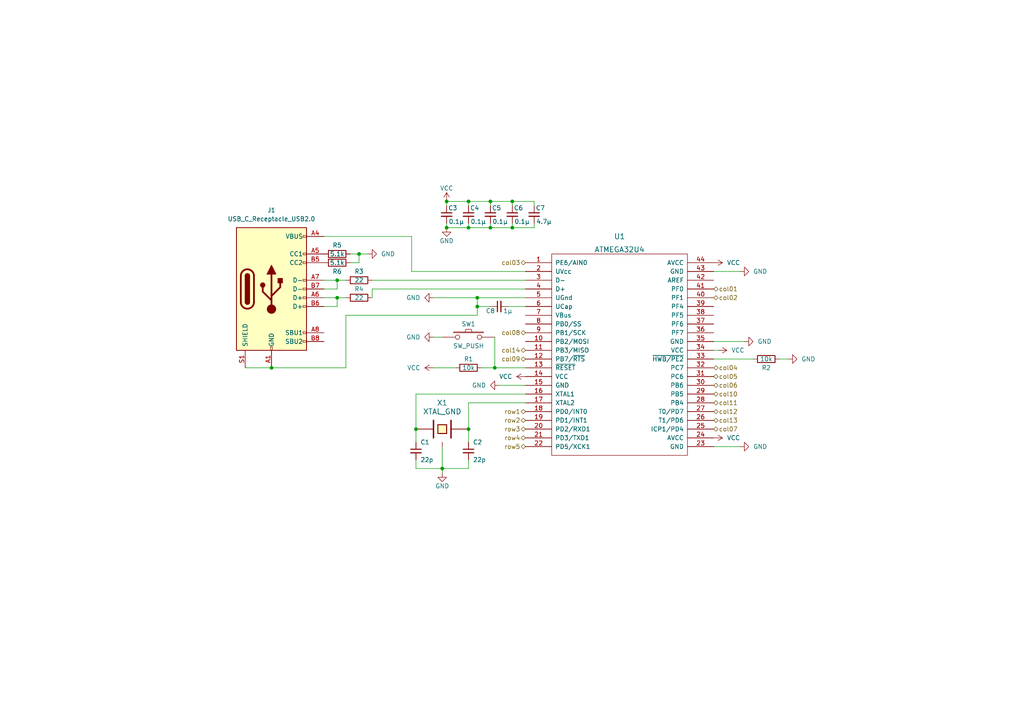
<source format=kicad_sch>
(kicad_sch (version 20211123) (generator eeschema)
  (paper "A4")
  (title_block (title "DB60"))
  (lib_symbols
    (symbol "Connector:USB_C_Receptacle_USB2.0" (pin_names (offset 1.016))
      (property "Reference" "J" (at -10.16 19.05 0))
      (property "Value" "USB_C_Receptacle_USB2.0" (at 19.05 19.05 0))
      (symbol "USB_C_Receptacle_USB2.0_0_0"
        (rectangle (start -0.254 -17.78) (end 0.254 -16.764))
        (rectangle (start 10.16 -14.986) (end 9.144 -15.494))
        (rectangle (start 10.16 -12.446) (end 9.144 -12.954))
        (rectangle (start 10.16 -4.826) (end 9.144 -5.334))
        (rectangle (start 10.16 -2.286) (end 9.144 -2.794))
        (rectangle (start 10.16 0.254) (end 9.144 -0.254))
        (rectangle (start 10.16 2.794) (end 9.144 2.286))
        (rectangle (start 10.16 7.874) (end 9.144 7.366))
        (rectangle (start 10.16 10.414) (end 9.144 9.906))
        (rectangle (start 10.16 15.494) (end 9.144 14.986))
      )
      (symbol "USB_C_Receptacle_USB2.0_0_1"
        (rectangle (start -10.16 17.78) (end 10.16 -17.78) (stroke (width 0.254)) (fill (type background)))
        (arc (start -8.89 -3.81) (mid -6.985 -5.715) (end -5.08 -3.81) (stroke (width 0.508)))
        (arc (start -7.62 -3.81) (mid -6.985 -4.445) (end -6.35 -3.81) (stroke (width 0.254)))
        (arc (start -7.62 -3.81) (mid -6.985 -4.445) (end -6.35 -3.81) (stroke (width 0.254)) (fill (type outline)))
        (rectangle (start -7.62 -3.81) (end -6.35 3.81) (stroke (width 0.254)) (fill (type outline)))
        (arc (start -6.35 3.81) (mid -6.985 4.445) (end -7.62 3.81) (stroke (width 0.254)))
        (arc (start -6.35 3.81) (mid -6.985 4.445) (end -7.62 3.81) (stroke (width 0.254)) (fill (type outline)))
        (arc (start -5.08 3.81) (mid -6.985 5.715) (end -8.89 3.81) (stroke (width 0.508)))
        (circle (center -2.54 1.143) (radius 0.635) (stroke (width 0.254)) (fill (type outline)))
        (circle (center 0 -5.842) (radius 1.27) (fill (type outline)))
        (polyline (pts (xy -8.89 -3.81) (xy -8.89 3.81)) (stroke (width 0.508)))
        (polyline (pts (xy -5.08 3.81) (xy -5.08 -3.81)) (stroke (width 0.508)))
        (polyline (pts (xy 0 -5.842) (xy 0 4.318)) (stroke (width 0.508)))
        (polyline (pts (xy 0 -3.302) (xy -2.54 -0.762) (xy -2.54 0.508)) (stroke (width 0.508)))
        (polyline (pts (xy 0 -2.032) (xy 2.54 0.508) (xy 2.54 1.778)) (stroke (width 0.508)))
        (polyline (pts (xy -1.27 4.318) (xy 0 6.858) (xy 1.27 4.318) (xy -1.27 4.318)) (stroke (width 0.254)) (fill (type outline)))
        (rectangle (start 1.905 1.778) (end 3.175 3.048) (stroke (width 0.254)) (fill (type outline)))
      )
      (symbol "USB_C_Receptacle_USB2.0_1_1"
        (pin passive line (at 0 -22.86 90) (length 5.08) (name "GND") (number "A1"))
        (pin passive line (at 0 -22.86 90) (length 5.08) hide (name "GND") (number "A12"))
        (pin passive line (at 15.24 15.24 180) (length 5.08) (name "VBUS") (number "A4"))
        (pin bidirectional line (at 15.24 10.16 180) (length 5.08) (name "CC1") (number "A5"))
        (pin bidirectional line (at 15.24 -2.54 180) (length 5.08) (name "D+") (number "A6"))
        (pin bidirectional line (at 15.24 2.54 180) (length 5.08) (name "D-") (number "A7"))
        (pin bidirectional line (at 15.24 -12.7 180) (length 5.08) (name "SBU1") (number "A8"))
        (pin passive line (at 15.24 15.24 180) (length 5.08) hide (name "VBUS") (number "A9"))
        (pin passive line (at 0 -22.86 90) (length 5.08) hide (name "GND") (number "B1"))
        (pin passive line (at 0 -22.86 90) (length 5.08) hide (name "GND") (number "B12"))
        (pin passive line (at 15.24 15.24 180) (length 5.08) hide (name "VBUS") (number "B4"))
        (pin bidirectional line (at 15.24 7.62 180) (length 5.08) (name "CC2") (number "B5"))
        (pin bidirectional line (at 15.24 -5.08 180) (length 5.08) (name "D+") (number "B6"))
        (pin bidirectional line (at 15.24 0 180) (length 5.08) (name "D-") (number "B7"))
        (pin bidirectional line (at 15.24 -15.24 180) (length 5.08) (name "SBU2") (number "B8"))
        (pin passive line (at 15.24 15.24 180) (length 5.08) hide (name "VBUS") (number "B9"))
        (pin passive line (at -7.62 -22.86 90) (length 5.08) (name "SHIELD") (number "S1"))
      )
    )
    (symbol "Device:C_Small" (pin_numbers hide) (pin_names (offset 0.254) hide)
      (property "Reference" "C" (at 0.254 1.778 0))
      (property "Value" "C_Small" (at 0.254 -2.032 0))
      (symbol "C_Small_0_1"
        (polyline (pts (xy -1.524 -0.508) (xy 1.524 -0.508)) (stroke (width 0.3302)))
        (polyline (pts (xy -1.524 0.508) (xy 1.524 0.508)) (stroke (width 0.3048)))
      )
      (symbol "C_Small_1_1"
        (pin passive line (at 0 2.54 270) (length 2.032) (name "~") (number "1"))
        (pin passive line (at 0 -2.54 90) (length 2.032) (name "~") (number "2"))
      )
    )
    (symbol "Device:R" (pin_numbers hide) (pin_names (offset 0))
      (property "Reference" "R" (at 2.032 0 90))
      (property "Value" "R" (at 0 0 90))
      (symbol "R_0_1"
        (rectangle (start -1.016 -2.54) (end 1.016 2.54) (stroke (width 0.254)))
      )
      (symbol "R_1_1"
        (pin passive line (at 0 3.81 270) (length 1.27) (name "~") (number "1"))
        (pin passive line (at 0 -3.81 90) (length 1.27) (name "~") (number "2"))
      )
    )
    (symbol "lib_tmk:ATMEGA32U4" (pin_names (offset 1.016))
      (property "Reference" "U" (at 0 -31.75 0))
      (property "Value" "ATMEGA32U4" (at 0 31.75 0))
      (symbol "ATMEGA32U4_0_1"
        (rectangle (start 20.32 29.21) (end -19.05 -29.21))
      )
      (symbol "ATMEGA32U4_1_1"
        (pin bidirectional line (at -26.67 26.67 0) (length 7.62) (name "PE6/AIN0") (number "1"))
        (pin bidirectional line (at -26.67 3.81 0) (length 7.62) (name "PB2/MOSI") (number "10"))
        (pin bidirectional line (at -26.67 1.27 0) (length 7.62) (name "PB3/MISO") (number "11"))
        (pin bidirectional line (at -26.67 -1.27 0) (length 7.62) (name "PB7/~{RTS}") (number "12"))
        (pin input line (at -26.67 -3.81 0) (length 7.62) (name "~{RESET}") (number "13"))
        (pin power_in line (at -26.67 -6.35 0) (length 7.62) (name "VCC") (number "14"))
        (pin power_in line (at -26.67 -8.89 0) (length 7.62) (name "GND") (number "15"))
        (pin input line (at -26.67 -11.43 0) (length 7.62) (name "XTAL1") (number "16"))
        (pin output line (at -26.67 -13.97 0) (length 7.62) (name "XTAL2") (number "17"))
        (pin bidirectional line (at -26.67 -16.51 0) (length 7.62) (name "PD0/INT0") (number "18"))
        (pin bidirectional line (at -26.67 -19.05 0) (length 7.62) (name "PD1/INT1") (number "19"))
        (pin power_in line (at -26.67 24.13 0) (length 7.62) (name "UVcc") (number "2"))
        (pin bidirectional line (at -26.67 -21.59 0) (length 7.62) (name "PD2/RXD1") (number "20"))
        (pin bidirectional line (at -26.67 -24.13 0) (length 7.62) (name "PD3/TXD1") (number "21"))
        (pin bidirectional line (at -26.67 -26.67 0) (length 7.62) (name "PD5/XCK1") (number "22"))
        (pin power_in line (at 27.94 -26.67 180) (length 7.62) (name "GND") (number "23"))
        (pin power_in line (at 27.94 -24.13 180) (length 7.62) (name "AVCC") (number "24"))
        (pin bidirectional line (at 27.94 -21.59 180) (length 7.62) (name "ICP1/PD4") (number "25"))
        (pin bidirectional line (at 27.94 -19.05 180) (length 7.62) (name "T1/PD6") (number "26"))
        (pin bidirectional line (at 27.94 -16.51 180) (length 7.62) (name "T0/PD7") (number "27"))
        (pin bidirectional line (at 27.94 -13.97 180) (length 7.62) (name "PB4") (number "28"))
        (pin bidirectional line (at 27.94 -11.43 180) (length 7.62) (name "PB5") (number "29"))
        (pin bidirectional line (at -26.67 21.59 0) (length 7.62) (name "D-") (number "3"))
        (pin bidirectional line (at 27.94 -8.89 180) (length 7.62) (name "PB6") (number "30"))
        (pin bidirectional line (at 27.94 -6.35 180) (length 7.62) (name "PC6") (number "31"))
        (pin bidirectional line (at 27.94 -3.81 180) (length 7.62) (name "PC7") (number "32"))
        (pin bidirectional line (at 27.94 -1.27 180) (length 7.62) (name "~{HWB/PE2}") (number "33"))
        (pin power_in line (at 27.94 1.27 180) (length 7.62) (name "VCC") (number "34"))
        (pin power_in line (at 27.94 3.81 180) (length 7.62) (name "GND") (number "35"))
        (pin bidirectional line (at 27.94 6.35 180) (length 7.62) (name "PF7") (number "36"))
        (pin bidirectional line (at 27.94 8.89 180) (length 7.62) (name "PF6") (number "37"))
        (pin bidirectional line (at 27.94 11.43 180) (length 7.62) (name "PF5") (number "38"))
        (pin bidirectional line (at 27.94 13.97 180) (length 7.62) (name "PF4") (number "39"))
        (pin bidirectional line (at -26.67 19.05 0) (length 7.62) (name "D+") (number "4"))
        (pin bidirectional line (at 27.94 16.51 180) (length 7.62) (name "PF1") (number "40"))
        (pin bidirectional line (at 27.94 19.05 180) (length 7.62) (name "PF0") (number "41"))
        (pin input line (at 27.94 21.59 180) (length 7.62) (name "AREF") (number "42"))
        (pin power_in line (at 27.94 24.13 180) (length 7.62) (name "GND") (number "43"))
        (pin power_in line (at 27.94 26.67 180) (length 7.62) (name "AVCC") (number "44"))
        (pin power_in line (at -26.67 16.51 0) (length 7.62) (name "UGnd") (number "5"))
        (pin input line (at -26.67 13.97 0) (length 7.62) (name "UCap") (number "6"))
        (pin input line (at -26.67 11.43 0) (length 7.62) (name "VBus") (number "7"))
        (pin bidirectional line (at -26.67 8.89 0) (length 7.62) (name "PB0/SS") (number "8"))
        (pin bidirectional line (at -26.67 6.35 0) (length 7.62) (name "PB1/SCK") (number "9"))
      )
    )
    (symbol "lib_tmk:SW_PUSH" (pin_numbers hide) (pin_names (offset 1.016) hide)
      (property "Reference" "SW" (at 3.81 2.794 0))
      (property "Value" "SW_PUSH" (at 0 -2.032 0))
      (symbol "SW_PUSH_0_1"
        (rectangle (start -4.318 1.27) (end 4.318 1.524))
        (polyline (pts (xy -1.016 1.524) (xy -0.762 2.286) (xy 0.762 2.286) (xy 1.016 1.524)))
        (pin passive inverted (at -7.62 0 0) (length 5.08) (name "1") (number "1"))
        (pin passive inverted (at 7.62 0 180) (length 5.08) (name "2") (number "2"))
      )
    )
    (symbol "lib_tmk:XTAL_GND" (pin_numbers hide) (pin_names (offset 1.016) hide)
      (property "Reference" "X" (at 0 3.81 0))
      (property "Value" "XTAL_GND" (at 0 -3.81 0))
      (symbol "XTAL_GND_0_1"
        (polyline (pts (xy -2.54 2.54) (xy -2.54 -2.54)) (stroke (width 0.4064)))
        (polyline (pts (xy 2.54 2.54) (xy 2.54 -2.54)) (stroke (width 0.4064)))
        (polyline (pts (xy -1.27 1.27) (xy 1.27 1.27) (xy 1.27 -1.27) (xy -1.27 -1.27) (xy -1.27 1.27)) (stroke (width 0.3048)) (fill (type background)))
      )
      (symbol "XTAL_GND_1_1"
        (pin passive line (at -7.62 0 0) (length 5.08) (name "1") (number "1"))
        (pin passive line (at 7.62 0 180) (length 5.08) (name "2") (number "2"))
        (pin passive line (at 0 -5.08 90) (length 1.27) (name "~") (number "3"))
      )
    )
    (symbol "power:GND" (power) (pin_names (offset 0))
      (property "Value" "GND" (at 0 -3.81 0))
      (symbol "GND_0_1"
        (polyline (pts (xy 0 0) (xy 0 -1.27) (xy 1.27 -1.27) (xy 0 -2.54) (xy -1.27 -1.27) (xy 0 -1.27)))
      )
      (symbol "GND_1_1"
        (pin power_in line (at 0 0 270) (length 0) hide (name "GND") (number "1"))
      )
    )
    (symbol "power:VCC" (power) (pin_names (offset 0))
      (property "Value" "VCC" (at 0 3.81 0))
      (symbol "VCC_0_1"
        (polyline (pts (xy -0.762 1.27) (xy 0 2.54)))
        (polyline (pts (xy 0 0) (xy 0 2.54)))
        (polyline (pts (xy 0 2.54) (xy 0.762 1.27)))
      )
      (symbol "VCC_1_1"
        (pin power_in line (at 0 0 90) (length 0) hide (name "VCC") (number "1"))
      )
    )
  )
  (junction (at 135.89 66.04))
  (junction (at 135.89 58.42))
  (junction (at 143.51 106.68))
  (junction (at 138.43 88.9))
  (junction (at 138.43 86.36))
  (junction (at 97.79 86.36))
  (junction (at 120.65 124.46))
  (junction (at 97.79 81.28))
  (junction (at 129.54 66.04))
  (junction (at 128.27 135.89))
  (junction (at 142.24 66.04))
  (junction (at 135.89 124.46))
  (junction (at 142.24 58.42))
  (junction (at 129.54 58.42))
  (junction (at 78.74 106.68))
  (junction (at 148.59 58.42))
  (junction (at 148.59 66.04))
  (junction (at 104.14 73.66))
  (wire (pts (xy 135.89 58.42) (xy 142.24 58.42)))
  (wire (pts (xy 142.24 58.42) (xy 148.59 58.42)))
  (wire (pts (xy 138.43 88.9) (xy 138.43 91.44)))
  (wire (pts (xy 148.59 58.42) (xy 148.59 59.69)))
  (wire (pts (xy 207.01 101.6) (xy 208.28 101.6)))
  (wire (pts (xy 142.24 66.04) (xy 148.59 66.04)))
  (wire (pts (xy 104.14 73.66) (xy 104.14 76.2)))
  (wire (pts (xy 135.89 66.04) (xy 142.24 66.04)))
  (wire (pts (xy 207.01 129.54) (xy 214.63 129.54)))
  (wire (pts (xy 135.89 66.04) (xy 135.89 64.77)))
  (wire (pts (xy 135.89 135.89) (xy 135.89 133.35)))
  (wire (pts (xy 129.54 66.04) (xy 129.54 64.77)))
  (wire (pts (xy 97.79 86.36) (xy 100.33 86.36)))
  (wire (pts (xy 152.4 116.84) (xy 135.89 116.84)))
  (wire (pts (xy 152.4 114.3) (xy 120.65 114.3)))
  (wire (pts (xy 93.98 68.58) (xy 119.38 68.58)))
  (wire (pts (xy 93.98 83.82) (xy 97.79 83.82)))
  (wire (pts (xy 135.89 116.84) (xy 135.89 124.46)))
  (wire (pts (xy 138.43 86.36) (xy 138.43 88.9)))
  (wire (pts (xy 120.65 135.89) (xy 128.27 135.89)))
  (wire (pts (xy 215.9 99.06) (xy 207.01 99.06)))
  (wire (pts (xy 93.98 81.28) (xy 97.79 81.28)))
  (wire (pts (xy 152.4 78.74) (xy 119.38 78.74)))
  (wire (pts (xy 135.89 58.42) (xy 135.89 59.69)))
  (wire (pts (xy 93.98 88.9) (xy 97.79 88.9)))
  (wire (pts (xy 228.6 104.14) (xy 226.06 104.14)))
  (wire (pts (xy 138.43 86.36) (xy 152.4 86.36)))
  (wire (pts (xy 120.65 114.3) (xy 120.65 124.46)))
  (wire (pts (xy 139.7 106.68) (xy 143.51 106.68)))
  (wire (pts (xy 143.51 97.79) (xy 143.51 106.68)))
  (wire (pts (xy 97.79 88.9) (xy 97.79 86.36)))
  (wire (pts (xy 144.78 111.76) (xy 152.4 111.76)))
  (wire (pts (xy 142.24 58.42) (xy 142.24 59.69)))
  (wire (pts (xy 143.51 106.68) (xy 152.4 106.68)))
  (wire (pts (xy 214.63 78.74) (xy 207.01 78.74)))
  (wire (pts (xy 100.33 91.44) (xy 100.33 106.68)))
  (wire (pts (xy 71.12 106.68) (xy 78.74 106.68)))
  (wire (pts (xy 125.73 86.36) (xy 138.43 86.36)))
  (wire (pts (xy 128.27 135.89) (xy 135.89 135.89)))
  (wire (pts (xy 106.68 73.66) (xy 104.14 73.66)))
  (wire (pts (xy 100.33 106.68) (xy 78.74 106.68)))
  (wire (pts (xy 218.44 104.14) (xy 207.01 104.14)))
  (wire (pts (xy 107.95 81.28) (xy 152.4 81.28)))
  (wire (pts (xy 142.24 66.04) (xy 142.24 64.77)))
  (wire (pts (xy 154.94 66.04) (xy 154.94 64.77)))
  (wire (pts (xy 147.32 88.9) (xy 152.4 88.9)))
  (wire (pts (xy 104.14 76.2) (xy 101.6 76.2)))
  (wire (pts (xy 125.73 97.79) (xy 128.27 97.79)))
  (wire (pts (xy 119.38 78.74) (xy 119.38 68.58)))
  (wire (pts (xy 107.95 83.82) (xy 107.95 86.36)))
  (wire (pts (xy 120.65 133.35) (xy 120.65 135.89)))
  (wire (pts (xy 129.54 58.42) (xy 135.89 58.42)))
  (wire (pts (xy 104.14 73.66) (xy 101.6 73.66)))
  (wire (pts (xy 154.94 58.42) (xy 154.94 59.69)))
  (wire (pts (xy 142.24 88.9) (xy 138.43 88.9)))
  (wire (pts (xy 125.73 106.68) (xy 132.08 106.68)))
  (wire (pts (xy 148.59 66.04) (xy 148.59 64.77)))
  (wire (pts (xy 129.54 66.04) (xy 135.89 66.04)))
  (wire (pts (xy 148.59 66.04) (xy 154.94 66.04)))
  (wire (pts (xy 97.79 81.28) (xy 100.33 81.28)))
  (wire (pts (xy 148.59 58.42) (xy 154.94 58.42)))
  (wire (pts (xy 138.43 91.44) (xy 100.33 91.44)))
  (wire (pts (xy 135.89 124.46) (xy 135.89 128.27)))
  (wire (pts (xy 128.27 129.54) (xy 128.27 135.89)))
  (wire (pts (xy 120.65 124.46) (xy 120.65 128.27)))
  (wire (pts (xy 129.54 58.42) (xy 129.54 59.69)))
  (wire (pts (xy 93.98 86.36) (xy 97.79 86.36)))
  (wire (pts (xy 128.27 135.89) (xy 128.27 137.16)))
  (wire (pts (xy 107.95 83.82) (xy 152.4 83.82)))
  (wire (pts (xy 97.79 83.82) (xy 97.79 81.28)))
  (hierarchical_label "col13" (shape bidirectional) (at 207.01 121.92 0))
  (hierarchical_label "row4" (shape bidirectional) (at 152.4 127 180))
  (hierarchical_label "row1" (shape bidirectional) (at 152.4 119.38 180))
  (hierarchical_label "col06" (shape bidirectional) (at 207.01 111.76 0))
  (hierarchical_label "col05" (shape bidirectional) (at 207.01 109.22 0))
  (hierarchical_label "col10" (shape bidirectional) (at 207.01 114.3 0))
  (hierarchical_label "col03" (shape bidirectional) (at 152.4 76.2 180))
  (hierarchical_label "row2" (shape bidirectional) (at 152.4 121.92 180))
  (hierarchical_label "col12" (shape bidirectional) (at 207.01 119.38 0))
  (hierarchical_label "row3" (shape bidirectional) (at 152.4 124.46 180))
  (hierarchical_label "col11" (shape bidirectional) (at 207.01 116.84 0))
  (hierarchical_label "col04" (shape bidirectional) (at 207.01 106.68 0))
  (hierarchical_label "col14" (shape bidirectional) (at 152.4 101.6 180))
  (hierarchical_label "col09" (shape bidirectional) (at 152.4 104.14 180))
  (hierarchical_label "col08" (shape bidirectional) (at 152.4 96.52 180))
  (hierarchical_label "col02" (shape bidirectional) (at 207.01 86.36 0))
  (hierarchical_label "col01" (shape bidirectional) (at 207.01 83.82 0))
  (hierarchical_label "row5" (shape bidirectional) (at 152.4 129.54 180))
  (hierarchical_label "col07" (shape bidirectional) (at 207.01 124.46 0))
  (symbol (lib_id "Device:R") (at 104.14 86.36 270) (unit 1)
    (property "Reference" "R4" (at 104.14 83.82 90))
    (property "Value" "22" (at 104.14 86.36 90))
  )
  (symbol (lib_id "Device:R") (at 97.79 73.66 270) (unit 1)
    (property "Reference" "R5" (at 97.79 71.12 90))
    (property "Value" "5.1k" (at 97.79 73.66 90))
  )
  (symbol (lib_id "Device:C_Small") (at 142.24 62.23 0) (unit 1)
    (property "Reference" "C5" (at 142.6763 60.3268 0) (effects (justify left)))
    (property "Value" "0.1µ" (at 142.8158 64.2699 0) (effects (justify left)))
  )
  (symbol (lib_id "power:GND") (at 215.9 99.06 90) (mirror x) (unit 1)
    (property "Reference" "#PWR?" (effects hide))
    (property "Value" "GND" (at 219.71 99.0599 90) (effects (justify right)))
  )
  (symbol (lib_id "power:GND") (at 125.73 97.79 270) (unit 1)
    (property "Reference" "#PWR?" (effects hide))
    (property "Value" "GND" (at 121.92 97.79 90) (effects (justify right)))
  )
  (symbol (lib_id "power:GND") (at 214.63 78.74 90) (mirror x) (unit 1)
    (property "Reference" "#PWR?" (effects hide))
    (property "Value" "GND" (at 218.44 78.7399 90) (effects (justify right)))
  )
  (symbol (lib_id "power:GND") (at 214.63 129.54 90) (mirror x) (unit 1)
    (property "Reference" "#PWR?" (effects hide))
    (property "Value" "GND" (at 218.44 129.5399 90) (effects (justify right)))
  )
  (symbol (lib_id "Device:C_Small") (at 154.94 62.23 0) (unit 1)
    (property "Reference" "C7" (at 155.3763 60.3268 0) (effects (justify left)))
    (property "Value" "4.7µ" (at 155.5158 64.2699 0) (effects (justify left)))
  )
  (symbol (lib_id "Device:C_Small") (at 120.65 130.81 0) (unit 1)
    (property "Reference" "C1" (at 121.92 128.27 0) (effects (justify left)))
    (property "Value" "22p" (at 121.92 133.35 0) (effects (justify left)))
  )
  (symbol (lib_id "lib_tmk:XTAL_GND") (at 128.27 124.46 0) (unit 1)
    (property "Reference" "X1" (at 128.27 116.84 0) (effects (font (size 1.524 1.524))))
    (property "Value" "XTAL_GND" (at 128.27 119.38 0) (effects (font (size 1.524 1.524))))
  )
  (symbol (lib_id "Device:C_Small") (at 129.54 62.23 0) (unit 1)
    (property "Reference" "C3" (at 129.9763 60.3268 0) (effects (justify left)))
    (property "Value" "0.1µ" (at 130.1158 64.2699 0) (effects (justify left)))
  )
  (symbol (lib_id "power:GND") (at 144.78 111.76 270) (unit 1)
    (property "Reference" "#PWR?" (effects hide))
    (property "Value" "GND" (at 140.97 111.7599 90) (effects (justify right)))
  )
  (symbol (lib_id "Device:C_Small") (at 135.89 130.81 0) (unit 1)
    (property "Reference" "C2" (at 137.16 128.27 0) (effects (justify left)))
    (property "Value" "22p" (at 137.16 133.35 0) (effects (justify left)))
  )
  (symbol (lib_id "Device:R") (at 135.89 106.68 270) (unit 1)
    (property "Reference" "R1" (at 135.89 104.14 90))
    (property "Value" "10k" (at 135.89 106.68 90))
  )
  (symbol (lib_id "Connector:USB_C_Receptacle_USB2.0") (at 78.74 83.82 0) (unit 1)
    (property "Reference" "J1" (at 78.74 60.96 0))
    (property "Value" "USB_C_Receptacle_USB2.0" (at 78.74 63.5 0))
    (property "Datasheet" "https://www.usb.org/sites/default/files/documents/usb_type-c.zip" (effects hide))
  )
  (symbol (lib_id "power:GND") (at 129.54 66.04 0) (unit 1)
    (property "Reference" "#PWR?" (effects hide))
    (property "Value" "GND" (at 129.54 69.85 0))
  )
  (symbol (lib_id "power:VCC") (at 207.01 76.2 270) (mirror x) (unit 1)
    (property "Reference" "#PWR?" (effects hide))
    (property "Value" "VCC" (at 210.82 76.2 90) (effects (justify left)))
  )
  (symbol (lib_id "lib_tmk:ATMEGA32U4") (at 179.07 102.87 0) (unit 1)
    (property "Reference" "U1" (at 179.705 68.58 0) (effects (font (size 1.524 1.524))))
    (property "Value" "ATMEGA32U4" (at 179.705 72.39 0) (effects (font (size 1.524 1.524))))
  )
  (symbol (lib_id "power:VCC") (at 207.01 127 270) (mirror x) (unit 1)
    (property "Reference" "#PWR?" (effects hide))
    (property "Value" "VCC" (at 210.82 127 90) (effects (justify left)))
  )
  (symbol (lib_id "power:VCC") (at 129.54 58.42 0) (unit 1)
    (property "Reference" "#PWR?" (effects hide))
    (property "Value" "VCC" (at 129.54 54.61 0))
  )
  (symbol (lib_id "Device:C_Small") (at 135.89 62.23 0) (unit 1)
    (property "Reference" "C4" (at 136.3263 60.3268 0) (effects (justify left)))
    (property "Value" "0.1µ" (at 136.4658 64.2699 0) (effects (justify left)))
  )
  (symbol (lib_id "lib_tmk:SW_PUSH") (at 135.89 97.79 0) (unit 1)
    (property "Reference" "SW1" (at 135.89 93.98 0))
    (property "Value" "SW_PUSH" (at 135.89 100.33 0))
  )
  (symbol (lib_id "power:GND") (at 125.73 86.36 270) (unit 1)
    (property "Reference" "#PWR?" (effects hide))
    (property "Value" "GND" (at 121.92 86.3599 90) (effects (justify right)))
  )
  (symbol (lib_id "power:GND") (at 128.27 137.16 0) (unit 1)
    (property "Reference" "#PWR?" (effects hide))
    (property "Value" "GND" (at 128.27 140.97 0))
  )
  (symbol (lib_id "power:VCC") (at 125.73 106.68 90) (unit 1)
    (property "Reference" "#PWR?" (effects hide))
    (property "Value" "VCC" (at 121.92 106.68 90) (effects (justify left)))
  )
  (symbol (lib_id "Device:R") (at 104.14 81.28 270) (unit 1)
    (property "Reference" "R3" (at 104.14 78.74 90))
    (property "Value" "22" (at 104.14 81.28 90))
  )
  (symbol (lib_id "Device:C_Small") (at 144.78 88.9 90) (unit 1)
    (property "Reference" "C8" (at 142.24 90.17 90))
    (property "Value" "1µ" (at 147.32 90.17 90))
  )
  (symbol (lib_id "power:GND") (at 106.68 73.66 90) (unit 1)
    (property "Reference" "#PWR?" (effects hide))
    (property "Value" "GND" (at 110.49 73.66 90) (effects (justify right)))
  )
  (symbol (lib_id "power:GND") (at 228.6 104.14 90) (unit 1)
    (property "Reference" "#PWR?" (effects hide))
    (property "Value" "GND" (at 232.41 104.1399 90) (effects (justify right)))
  )
  (symbol (lib_id "Device:C_Small") (at 148.59 62.23 0) (unit 1)
    (property "Reference" "C6" (at 149.0263 60.3268 0) (effects (justify left)))
    (property "Value" "0.1µ" (at 149.1658 64.2699 0) (effects (justify left)))
  )
  (symbol (lib_id "power:VCC") (at 208.28 101.6 270) (mirror x) (unit 1)
    (property "Reference" "#PWR?" (effects hide))
    (property "Value" "VCC" (at 212.09 101.6 90) (effects (justify left)))
  )
  (symbol (lib_id "Device:R") (at 97.79 76.2 270) (unit 1)
    (property "Reference" "R6" (at 97.79 78.74 90))
    (property "Value" "5.1k" (at 97.79 76.2 90))
  )
  (symbol (lib_id "power:VCC") (at 152.4 109.22 90) (unit 1)
    (property "Reference" "#PWR?" (effects hide))
    (property "Value" "VCC" (at 148.59 109.22 90) (effects (justify left)))
  )
  (symbol (lib_id "Device:R") (at 222.25 104.14 270) (unit 1)
    (property "Reference" "R2" (at 222.25 106.68 90))
    (property "Value" "10k" (at 222.25 104.14 90))
  )
)
</source>
